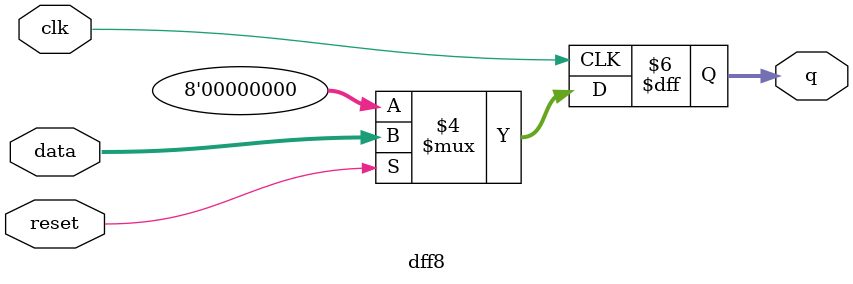
<source format=v>
module dff8(data,clk,reset,q);
input [7:0]data;
input clk,reset;
output [7:0]q;
reg [7:0]q;
//initial q=0,reset=1;
always @ (posedge clk)
if (~reset) 
	begin
		q=0;
	end
else 
	begin
		q=data;
	end
endmodule






















</source>
